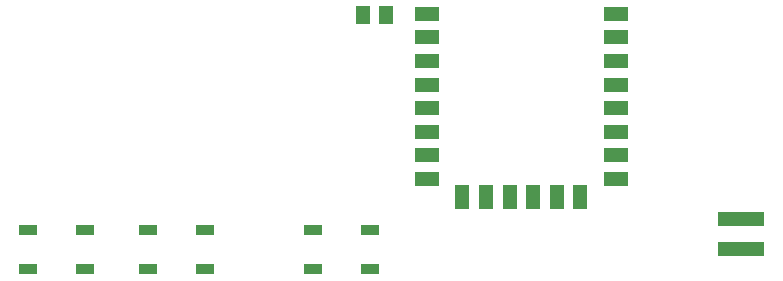
<source format=gbr>
G04 EAGLE Gerber RS-274X export*
G75*
%MOMM*%
%FSLAX34Y34*%
%LPD*%
%INSolderpaste Top*%
%IPPOS*%
%AMOC8*
5,1,8,0,0,1.08239X$1,22.5*%
G01*
G04 Define Apertures*
%ADD10R,2.000000X1.200000*%
%ADD11R,1.200000X2.000000*%
%ADD12R,1.500000X0.900000*%
%ADD13R,4.000000X1.270000*%
%ADD14R,1.300000X1.500000*%
D10*
X524500Y148540D03*
X524500Y168540D03*
X524500Y188540D03*
X524500Y208540D03*
X524500Y228540D03*
X524500Y248540D03*
X524500Y268540D03*
X524500Y288540D03*
X364500Y288540D03*
X364500Y248540D03*
X364500Y268540D03*
X364500Y228540D03*
X364500Y208540D03*
X364500Y188540D03*
X364500Y168540D03*
X364500Y148540D03*
D11*
X494500Y133740D03*
X474500Y133740D03*
X454500Y133740D03*
X434500Y133740D03*
X414500Y133740D03*
X394500Y133740D03*
D12*
X26300Y105400D03*
X26300Y72400D03*
X75300Y105400D03*
X75300Y72400D03*
X127900Y105400D03*
X127900Y72400D03*
X176900Y105400D03*
X176900Y72400D03*
X267600Y105400D03*
X267600Y72400D03*
X316600Y105400D03*
X316600Y72400D03*
D13*
X630000Y114700D03*
X630000Y89300D03*
D14*
X310500Y287340D03*
X329500Y287340D03*
M02*

</source>
